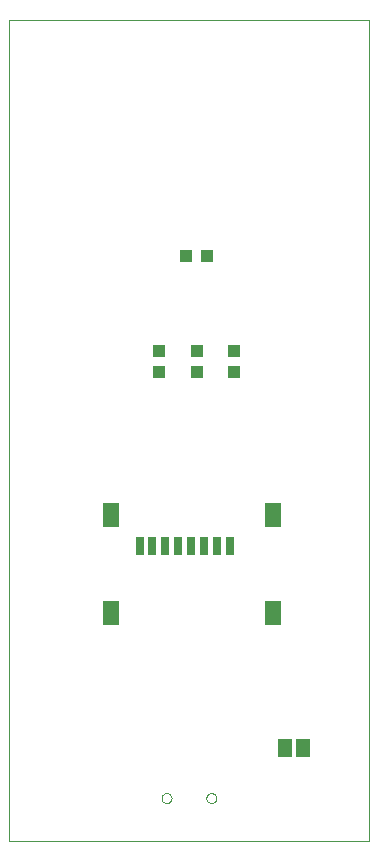
<source format=gbp>
G75*
%MOIN*%
%OFA0B0*%
%FSLAX24Y24*%
%IPPOS*%
%LPD*%
%AMOC8*
5,1,8,0,0,1.08239X$1,22.5*
%
%ADD10C,0.0000*%
%ADD11R,0.0394X0.0433*%
%ADD12R,0.0433X0.0394*%
%ADD13R,0.0460X0.0630*%
%ADD14R,0.0315X0.0591*%
%ADD15R,0.0571X0.0787*%
D10*
X002071Y000400D02*
X002071Y027770D01*
X014063Y027770D01*
X014063Y000400D01*
X002071Y000400D01*
X007156Y001846D02*
X007158Y001871D01*
X007164Y001896D01*
X007173Y001920D01*
X007186Y001942D01*
X007203Y001962D01*
X007222Y001979D01*
X007243Y001993D01*
X007267Y002003D01*
X007291Y002010D01*
X007317Y002013D01*
X007342Y002012D01*
X007367Y002007D01*
X007391Y001998D01*
X007414Y001986D01*
X007434Y001971D01*
X007452Y001952D01*
X007467Y001931D01*
X007478Y001908D01*
X007486Y001884D01*
X007490Y001859D01*
X007490Y001833D01*
X007486Y001808D01*
X007478Y001784D01*
X007467Y001761D01*
X007452Y001740D01*
X007434Y001721D01*
X007414Y001706D01*
X007391Y001694D01*
X007367Y001685D01*
X007342Y001680D01*
X007317Y001679D01*
X007291Y001682D01*
X007267Y001689D01*
X007243Y001699D01*
X007222Y001713D01*
X007203Y001730D01*
X007186Y001750D01*
X007173Y001772D01*
X007164Y001796D01*
X007158Y001821D01*
X007156Y001846D01*
X008652Y001846D02*
X008654Y001871D01*
X008660Y001896D01*
X008669Y001920D01*
X008682Y001942D01*
X008699Y001962D01*
X008718Y001979D01*
X008739Y001993D01*
X008763Y002003D01*
X008787Y002010D01*
X008813Y002013D01*
X008838Y002012D01*
X008863Y002007D01*
X008887Y001998D01*
X008910Y001986D01*
X008930Y001971D01*
X008948Y001952D01*
X008963Y001931D01*
X008974Y001908D01*
X008982Y001884D01*
X008986Y001859D01*
X008986Y001833D01*
X008982Y001808D01*
X008974Y001784D01*
X008963Y001761D01*
X008948Y001740D01*
X008930Y001721D01*
X008910Y001706D01*
X008887Y001694D01*
X008863Y001685D01*
X008838Y001680D01*
X008813Y001679D01*
X008787Y001682D01*
X008763Y001689D01*
X008739Y001699D01*
X008718Y001713D01*
X008699Y001730D01*
X008682Y001750D01*
X008669Y001772D01*
X008660Y001796D01*
X008654Y001821D01*
X008652Y001846D01*
D11*
X008321Y016065D03*
X008321Y016735D03*
X009571Y016735D03*
X009571Y016065D03*
X007071Y016065D03*
X007071Y016735D03*
D12*
X007986Y019900D03*
X008655Y019900D03*
D13*
X011271Y003500D03*
X011871Y003500D03*
D14*
X009452Y010250D03*
X009019Y010250D03*
X008586Y010250D03*
X008153Y010250D03*
X007720Y010250D03*
X007287Y010250D03*
X006854Y010250D03*
X006421Y010250D03*
D15*
X005456Y011274D03*
X005456Y008006D03*
X010869Y008006D03*
X010869Y011274D03*
M02*

</source>
